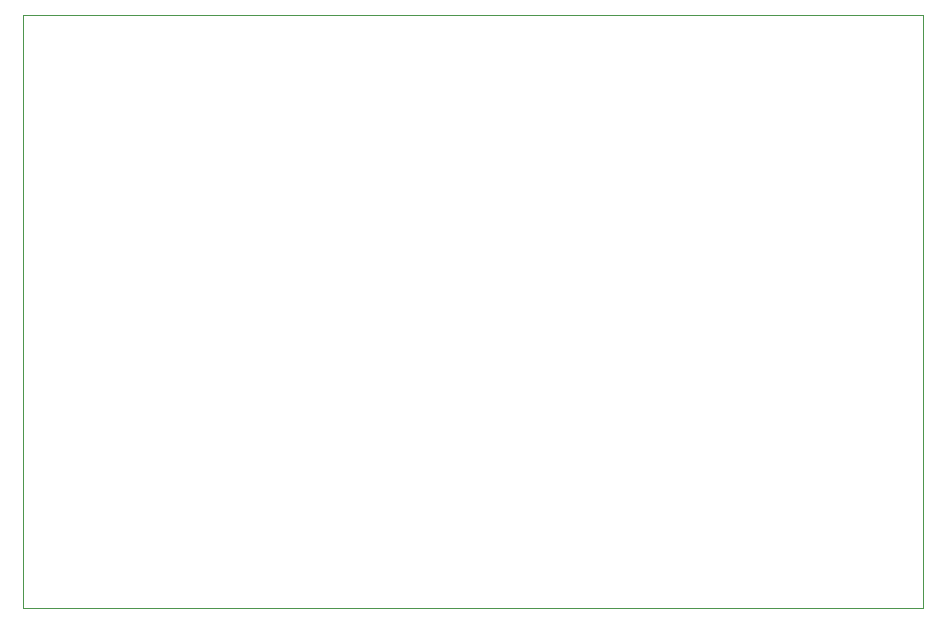
<source format=gbr>
%TF.GenerationSoftware,KiCad,Pcbnew,5.1.6-c6e7f7d~87~ubuntu18.04.1*%
%TF.CreationDate,2020-09-12T20:56:29+10:00*%
%TF.ProjectId,Switch_Toggler,53776974-6368-45f5-946f-67676c65722e,rev?*%
%TF.SameCoordinates,Original*%
%TF.FileFunction,Profile,NP*%
%FSLAX46Y46*%
G04 Gerber Fmt 4.6, Leading zero omitted, Abs format (unit mm)*
G04 Created by KiCad (PCBNEW 5.1.6-c6e7f7d~87~ubuntu18.04.1) date 2020-09-12 20:56:29*
%MOMM*%
%LPD*%
G01*
G04 APERTURE LIST*
%TA.AperFunction,Profile*%
%ADD10C,0.050000*%
%TD*%
G04 APERTURE END LIST*
D10*
X118110000Y-64135000D02*
X118110000Y-66040000D01*
X41910000Y-64135000D02*
X118110000Y-64135000D01*
X41910000Y-66040000D02*
X41910000Y-64135000D01*
X118110000Y-73660000D02*
X118110000Y-66040000D01*
X41910000Y-73660000D02*
X41910000Y-66040000D01*
X118110000Y-114300000D02*
X41910000Y-114300000D01*
X118110000Y-73660000D02*
X118110000Y-114300000D01*
X41910000Y-114300000D02*
X41910000Y-73660000D01*
M02*

</source>
